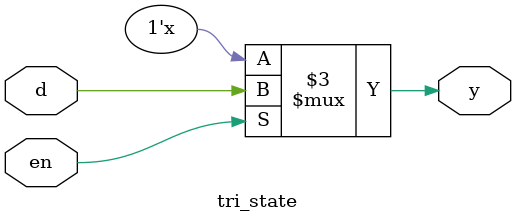
<source format=v>
module mux_decoder(a,b,d,y);
  input a,b;
  input [3:0]d;
  output y;
  wire [3:0]m;
  
  decoder dut1(a,b,m);
  tri_state dut2(d[0],m[0],y);
  tri_state dut3(d[1],m[1],y);
  tri_state dut4(d[2],m[2],y);
  tri_state dut5(d[3],m[3],y);
  
endmodule

module decoder(a,b,m);
  input a,b;
  output reg [3:0]m;
  
  always @(*)begin
    case({a,b})
      2'b00:m=4'b0001;
      2'b01:m=4'b0010;
      2'b10:m=4'b0100;
      2'b11:m=4'b1000;
    endcase
  end
endmodule

module tri_state(d,en,y);
  input d,en;
  output reg y;
  
  always @(*) begin
    if(en)
      y=d;
    else
      y=1'dz;
  end
endmodule

</source>
